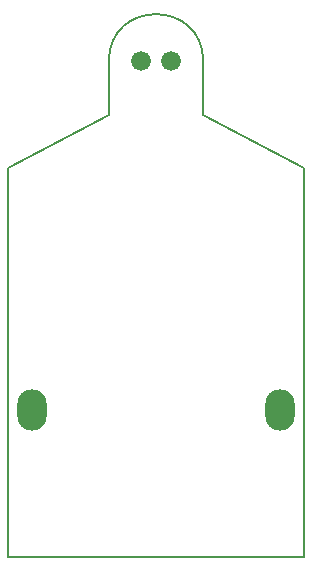
<source format=gts>
G04 (created by PCBNEW (2013-02-02 BZR 3928)-testing) date Mon 15 Sep 2014 08:44:07 BST*
%MOIN*%
G04 Gerber Fmt 3.4, Leading zero omitted, Abs format*
%FSLAX34Y34*%
G01*
G70*
G90*
G04 APERTURE LIST*
%ADD10C,0.006*%
%ADD11C,0.00590551*%
%ADD12C,0.066*%
%ADD13O,0.0984252X0.137795*%
G04 APERTURE END LIST*
G54D10*
G54D11*
X25196Y-9251D02*
G75*
G03X22047Y-9251I-1574J0D01*
G74*
G01*
X22047Y-11023D02*
X22047Y-9251D01*
X18700Y-12795D02*
X22047Y-11023D01*
X25196Y-11023D02*
X25196Y-9251D01*
X28543Y-12795D02*
X25196Y-11023D01*
X18700Y-12795D02*
X18700Y-25787D01*
X28543Y-12795D02*
X28543Y-25787D01*
X28543Y-25787D02*
X18700Y-25787D01*
G54D12*
X24122Y-9251D03*
X23122Y-9251D03*
G54D13*
X27755Y-20866D03*
X19488Y-20866D03*
M02*

</source>
